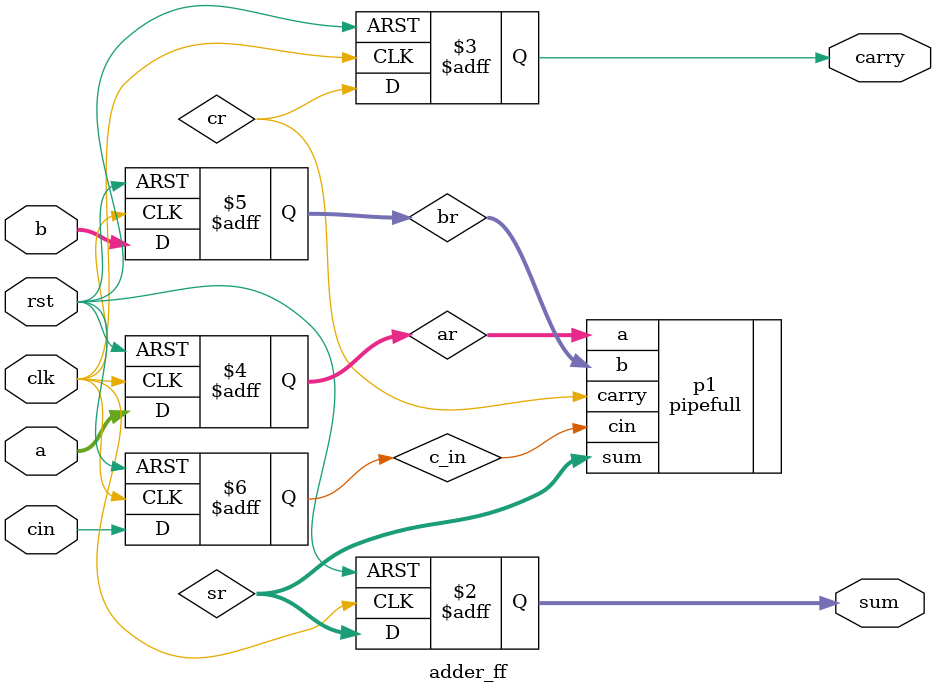
<source format=v>
`timescale 1ns / 1ps


module adder_ff(input clk,
input rst,
input  [3:0]a,
input  [3:0]b,
input cin,
output  reg[3:0]sum,
output  reg carry
    );
    reg [3:0] ar,br;
    reg c_in;
    wire [3:0] sr;
    wire cr;
    pipefull p1(.a(ar), .b(br), .cin(c_in), .sum(sr), .carry(cr));
    always @ (posedge clk or posedge rst) begin
    if(rst)
    begin
    ar<=4'b0000;
    br<=4'b0000;
    c_in<=1'b0;
    sum<=4'b0000;
    carry<=1'b0;
    end
    else
    begin
    ar<=a;
    br<=b;
    c_in<=cin;
    sum<=sr;
    carry<=cr;
    end
    end
endmodule

</source>
